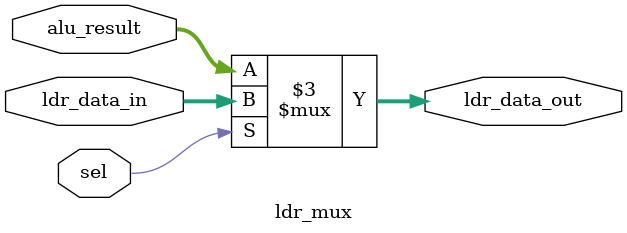
<source format=v>

module ldr_mux (sel, ldr_data_in, alu_result, ldr_data_out);
	input sel;		// select=(LDR)? 1:0
	input [31:0] ldr_data_in, alu_result;	// result from ALU
	output reg [31:0] ldr_data_out;		// ldr_data_output into register bank
	
	always @(*)
	begin
		if (sel)
			ldr_data_out = ldr_data_in;
		else
			ldr_data_out = alu_result;
	end
endmodule
	
	
	
	
	
</source>
